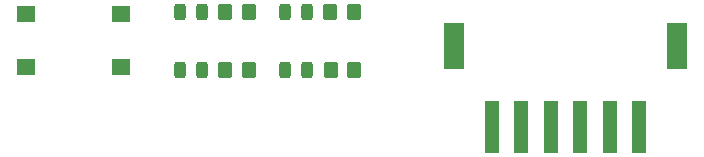
<source format=gbr>
%TF.GenerationSoftware,KiCad,Pcbnew,8.0.1*%
%TF.CreationDate,2025-07-26T20:51:06+02:00*%
%TF.ProjectId,SVX_Node_Case_front,5356585f-4e6f-4646-955f-436173655f66,rev?*%
%TF.SameCoordinates,Original*%
%TF.FileFunction,Paste,Bot*%
%TF.FilePolarity,Positive*%
%FSLAX46Y46*%
G04 Gerber Fmt 4.6, Leading zero omitted, Abs format (unit mm)*
G04 Created by KiCad (PCBNEW 8.0.1) date 2025-07-26 20:51:06*
%MOMM*%
%LPD*%
G01*
G04 APERTURE LIST*
G04 Aperture macros list*
%AMRoundRect*
0 Rectangle with rounded corners*
0 $1 Rounding radius*
0 $2 $3 $4 $5 $6 $7 $8 $9 X,Y pos of 4 corners*
0 Add a 4 corners polygon primitive as box body*
4,1,4,$2,$3,$4,$5,$6,$7,$8,$9,$2,$3,0*
0 Add four circle primitives for the rounded corners*
1,1,$1+$1,$2,$3*
1,1,$1+$1,$4,$5*
1,1,$1+$1,$6,$7*
1,1,$1+$1,$8,$9*
0 Add four rect primitives between the rounded corners*
20,1,$1+$1,$2,$3,$4,$5,0*
20,1,$1+$1,$4,$5,$6,$7,0*
20,1,$1+$1,$6,$7,$8,$9,0*
20,1,$1+$1,$8,$9,$2,$3,0*%
G04 Aperture macros list end*
%ADD10RoundRect,0.243750X-0.243750X-0.456250X0.243750X-0.456250X0.243750X0.456250X-0.243750X0.456250X0*%
%ADD11R,1.295400X4.495800*%
%ADD12R,1.803400X3.911600*%
%ADD13RoundRect,0.250000X0.350000X0.450000X-0.350000X0.450000X-0.350000X-0.450000X0.350000X-0.450000X0*%
%ADD14R,1.600000X1.400000*%
G04 APERTURE END LIST*
D10*
%TO.C,D2*%
X111920923Y-89350000D03*
X113795923Y-89350000D03*
%TD*%
D11*
%TO.C,J1*%
X129400000Y-99050000D03*
X131900000Y-99050000D03*
X134400000Y-99050000D03*
X136900000Y-99050000D03*
X139400000Y-99050000D03*
X141900000Y-99050000D03*
D12*
X126200001Y-92250000D03*
X145099999Y-92250000D03*
%TD*%
D13*
%TO.C,R2*%
X117760000Y-89350000D03*
X115760000Y-89350000D03*
%TD*%
%TO.C,R1*%
X108850000Y-89350000D03*
X106850000Y-89350000D03*
%TD*%
D14*
%TO.C,S1*%
X98000000Y-89500000D03*
X90000000Y-89500000D03*
X98000000Y-94000000D03*
X90000000Y-94000000D03*
%TD*%
D10*
%TO.C,D1*%
X103020923Y-94260000D03*
X104895923Y-94260000D03*
%TD*%
D13*
%TO.C,R2*%
X117770000Y-94260000D03*
X115770000Y-94260000D03*
%TD*%
D10*
%TO.C,D2*%
X111930923Y-94260000D03*
X113805923Y-94260000D03*
%TD*%
%TO.C,D1*%
X103010923Y-89350000D03*
X104885923Y-89350000D03*
%TD*%
D13*
%TO.C,R1*%
X108860000Y-94260000D03*
X106860000Y-94260000D03*
%TD*%
M02*

</source>
